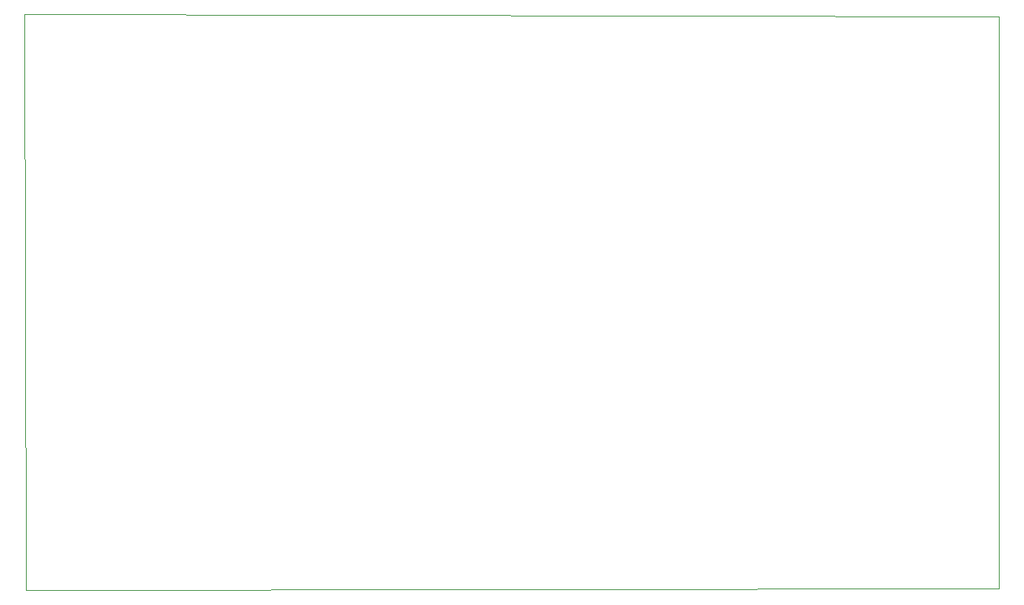
<source format=gbr>
%TF.GenerationSoftware,KiCad,Pcbnew,(5.1.6)-1*%
%TF.CreationDate,2020-09-04T13:31:07+05:30*%
%TF.ProjectId,tda7439,74646137-3433-4392-9e6b-696361645f70,rev?*%
%TF.SameCoordinates,Original*%
%TF.FileFunction,Profile,NP*%
%FSLAX46Y46*%
G04 Gerber Fmt 4.6, Leading zero omitted, Abs format (unit mm)*
G04 Created by KiCad (PCBNEW (5.1.6)-1) date 2020-09-04 13:31:07*
%MOMM*%
%LPD*%
G01*
G04 APERTURE LIST*
%TA.AperFunction,Profile*%
%ADD10C,0.050000*%
%TD*%
G04 APERTURE END LIST*
D10*
X60000000Y-80000000D02*
X60150000Y-142050000D01*
X165000000Y-80200000D02*
X60000000Y-80000000D01*
X165000000Y-141850000D02*
X165000000Y-80200000D01*
X60150000Y-142050000D02*
X165000000Y-141850000D01*
M02*

</source>
